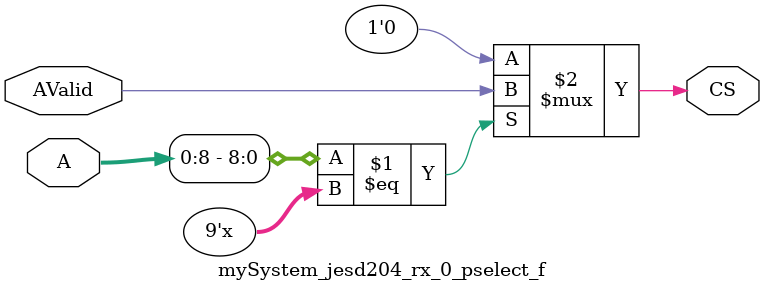
<source format=v>
`timescale 1 ps/1 ps

module mySystem_jesd204_rx_0_pselect_f ( A, AValid, CS) ;

parameter C_AB  = 9;
parameter C_AW  = 32;
parameter [0:C_AW - 1] C_BAR =  'bz;
parameter C_FAMILY  = "nofamily";
input[0:C_AW-1] A; 
input AValid; 
output CS; 
wire CS;
parameter [0:C_AB-1]BAR = C_BAR[0:C_AB-1];

//----------------------------------------------------------------------------
// Build a behavioral decoder
//----------------------------------------------------------------------------
generate
if (C_AB > 0) begin : XST_WA
assign CS = (A[0:C_AB - 1] == BAR[0:C_AB - 1]) ? AValid : 1'b0 ;
end
endgenerate

generate
if (C_AB == 0) begin : PASS_ON_GEN
assign CS = AValid ;
end
endgenerate
endmodule

</source>
